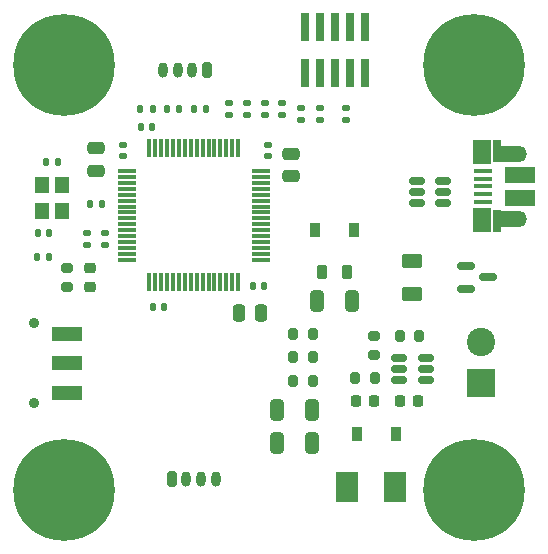
<source format=gbr>
%TF.GenerationSoftware,KiCad,Pcbnew,(6.0.6)*%
%TF.CreationDate,2023-01-10T19:01:41-05:00*%
%TF.ProjectId,STM32F4_REV1,53544d33-3246-4345-9f52-4556312e6b69,rev?*%
%TF.SameCoordinates,Original*%
%TF.FileFunction,Soldermask,Top*%
%TF.FilePolarity,Negative*%
%FSLAX46Y46*%
G04 Gerber Fmt 4.6, Leading zero omitted, Abs format (unit mm)*
G04 Created by KiCad (PCBNEW (6.0.6)) date 2023-01-10 19:01:41*
%MOMM*%
%LPD*%
G01*
G04 APERTURE LIST*
G04 Aperture macros list*
%AMRoundRect*
0 Rectangle with rounded corners*
0 $1 Rounding radius*
0 $2 $3 $4 $5 $6 $7 $8 $9 X,Y pos of 4 corners*
0 Add a 4 corners polygon primitive as box body*
4,1,4,$2,$3,$4,$5,$6,$7,$8,$9,$2,$3,0*
0 Add four circle primitives for the rounded corners*
1,1,$1+$1,$2,$3*
1,1,$1+$1,$4,$5*
1,1,$1+$1,$6,$7*
1,1,$1+$1,$8,$9*
0 Add four rect primitives between the rounded corners*
20,1,$1+$1,$2,$3,$4,$5,0*
20,1,$1+$1,$4,$5,$6,$7,0*
20,1,$1+$1,$6,$7,$8,$9,0*
20,1,$1+$1,$8,$9,$2,$3,0*%
G04 Aperture macros list end*
%ADD10RoundRect,0.250000X-0.625000X0.375000X-0.625000X-0.375000X0.625000X-0.375000X0.625000X0.375000X0*%
%ADD11RoundRect,0.250000X0.475000X-0.250000X0.475000X0.250000X-0.475000X0.250000X-0.475000X-0.250000X0*%
%ADD12RoundRect,0.150000X0.512500X0.150000X-0.512500X0.150000X-0.512500X-0.150000X0.512500X-0.150000X0*%
%ADD13RoundRect,0.200000X-0.200000X-0.450000X0.200000X-0.450000X0.200000X0.450000X-0.200000X0.450000X0*%
%ADD14O,0.800000X1.300000*%
%ADD15RoundRect,0.200000X0.200000X0.450000X-0.200000X0.450000X-0.200000X-0.450000X0.200000X-0.450000X0*%
%ADD16R,1.200000X1.400000*%
%ADD17RoundRect,0.075000X-0.700000X-0.075000X0.700000X-0.075000X0.700000X0.075000X-0.700000X0.075000X0*%
%ADD18RoundRect,0.075000X-0.075000X-0.700000X0.075000X-0.700000X0.075000X0.700000X-0.075000X0.700000X0*%
%ADD19RoundRect,0.140000X-0.140000X-0.170000X0.140000X-0.170000X0.140000X0.170000X-0.140000X0.170000X0*%
%ADD20RoundRect,0.135000X-0.185000X0.135000X-0.185000X-0.135000X0.185000X-0.135000X0.185000X0.135000X0*%
%ADD21RoundRect,0.200000X0.200000X0.275000X-0.200000X0.275000X-0.200000X-0.275000X0.200000X-0.275000X0*%
%ADD22RoundRect,0.250000X-0.325000X-0.650000X0.325000X-0.650000X0.325000X0.650000X-0.325000X0.650000X0*%
%ADD23RoundRect,0.135000X0.135000X0.185000X-0.135000X0.185000X-0.135000X-0.185000X0.135000X-0.185000X0*%
%ADD24RoundRect,0.135000X0.185000X-0.135000X0.185000X0.135000X-0.185000X0.135000X-0.185000X-0.135000X0*%
%ADD25C,0.900000*%
%ADD26C,8.600000*%
%ADD27R,0.740000X2.400000*%
%ADD28RoundRect,0.140000X0.170000X-0.140000X0.170000X0.140000X-0.170000X0.140000X-0.170000X-0.140000X0*%
%ADD29R,2.400000X2.400000*%
%ADD30C,2.400000*%
%ADD31R,2.500000X1.250000*%
%ADD32RoundRect,0.140000X0.140000X0.170000X-0.140000X0.170000X-0.140000X-0.170000X0.140000X-0.170000X0*%
%ADD33R,1.900000X2.500000*%
%ADD34RoundRect,0.140000X-0.170000X0.140000X-0.170000X-0.140000X0.170000X-0.140000X0.170000X0.140000X0*%
%ADD35RoundRect,0.200000X-0.275000X0.200000X-0.275000X-0.200000X0.275000X-0.200000X0.275000X0.200000X0*%
%ADD36RoundRect,0.200000X0.275000X-0.200000X0.275000X0.200000X-0.275000X0.200000X-0.275000X-0.200000X0*%
%ADD37RoundRect,0.225000X-0.225000X-0.250000X0.225000X-0.250000X0.225000X0.250000X-0.225000X0.250000X0*%
%ADD38R,1.650000X0.400000*%
%ADD39O,1.700000X1.350000*%
%ADD40R,2.000000X1.350000*%
%ADD41R,2.500000X1.430000*%
%ADD42R,0.700000X1.825000*%
%ADD43R,1.500000X2.000000*%
%ADD44O,1.500000X1.100000*%
%ADD45RoundRect,0.150000X-0.587500X-0.150000X0.587500X-0.150000X0.587500X0.150000X-0.587500X0.150000X0*%
%ADD46RoundRect,0.200000X-0.200000X-0.275000X0.200000X-0.275000X0.200000X0.275000X-0.200000X0.275000X0*%
%ADD47RoundRect,0.250000X-0.250000X-0.475000X0.250000X-0.475000X0.250000X0.475000X-0.250000X0.475000X0*%
%ADD48R,0.900000X1.200000*%
%ADD49RoundRect,0.218750X0.218750X0.256250X-0.218750X0.256250X-0.218750X-0.256250X0.218750X-0.256250X0*%
%ADD50RoundRect,0.147500X-0.147500X-0.172500X0.147500X-0.172500X0.147500X0.172500X-0.147500X0.172500X0*%
%ADD51RoundRect,0.250000X0.325000X0.650000X-0.325000X0.650000X-0.325000X-0.650000X0.325000X-0.650000X0*%
%ADD52RoundRect,0.135000X-0.135000X-0.185000X0.135000X-0.185000X0.135000X0.185000X-0.135000X0.185000X0*%
%ADD53RoundRect,0.218750X0.256250X-0.218750X0.256250X0.218750X-0.256250X0.218750X-0.256250X-0.218750X0*%
%ADD54RoundRect,0.218750X0.218750X0.381250X-0.218750X0.381250X-0.218750X-0.381250X0.218750X-0.381250X0*%
G04 APERTURE END LIST*
D10*
%TO.C,F1*%
X152500000Y-104850000D03*
X152500000Y-107650000D03*
%TD*%
D11*
%TO.C,C14*%
X142250000Y-97700000D03*
X142250000Y-95800000D03*
%TD*%
D12*
%TO.C,U3*%
X155137500Y-99950000D03*
X155137500Y-99000000D03*
X155137500Y-98050000D03*
X152862500Y-98050000D03*
X152862500Y-99000000D03*
X152862500Y-99950000D03*
%TD*%
D13*
%TO.C,J3*%
X132125000Y-123300000D03*
D14*
X133375000Y-123300000D03*
X134625000Y-123300000D03*
X135875000Y-123300000D03*
%TD*%
D15*
%TO.C,J4*%
X135125000Y-88700000D03*
D14*
X133875000Y-88700000D03*
X132625000Y-88700000D03*
X131375000Y-88700000D03*
%TD*%
D16*
%TO.C,Y1*%
X121150000Y-98400000D03*
X121150000Y-100600000D03*
X122850000Y-100600000D03*
X122850000Y-98400000D03*
%TD*%
D17*
%TO.C,U2*%
X128325000Y-97250000D03*
X128325000Y-97750000D03*
X128325000Y-98250000D03*
X128325000Y-98750000D03*
X128325000Y-99250000D03*
X128325000Y-99750000D03*
X128325000Y-100250000D03*
X128325000Y-100750000D03*
X128325000Y-101250000D03*
X128325000Y-101750000D03*
X128325000Y-102250000D03*
X128325000Y-102750000D03*
X128325000Y-103250000D03*
X128325000Y-103750000D03*
X128325000Y-104250000D03*
X128325000Y-104750000D03*
D18*
X130250000Y-106675000D03*
X130750000Y-106675000D03*
X131250000Y-106675000D03*
X131750000Y-106675000D03*
X132250000Y-106675000D03*
X132750000Y-106675000D03*
X133250000Y-106675000D03*
X133750000Y-106675000D03*
X134250000Y-106675000D03*
X134750000Y-106675000D03*
X135250000Y-106675000D03*
X135750000Y-106675000D03*
X136250000Y-106675000D03*
X136750000Y-106675000D03*
X137250000Y-106675000D03*
X137750000Y-106675000D03*
D17*
X139675000Y-104750000D03*
X139675000Y-104250000D03*
X139675000Y-103750000D03*
X139675000Y-103250000D03*
X139675000Y-102750000D03*
X139675000Y-102250000D03*
X139675000Y-101750000D03*
X139675000Y-101250000D03*
X139675000Y-100750000D03*
X139675000Y-100250000D03*
X139675000Y-99750000D03*
X139675000Y-99250000D03*
X139675000Y-98750000D03*
X139675000Y-98250000D03*
X139675000Y-97750000D03*
X139675000Y-97250000D03*
D18*
X137750000Y-95325000D03*
X137250000Y-95325000D03*
X136750000Y-95325000D03*
X136250000Y-95325000D03*
X135750000Y-95325000D03*
X135250000Y-95325000D03*
X134750000Y-95325000D03*
X134250000Y-95325000D03*
X133750000Y-95325000D03*
X133250000Y-95325000D03*
X132750000Y-95325000D03*
X132250000Y-95325000D03*
X131750000Y-95325000D03*
X131250000Y-95325000D03*
X130750000Y-95325000D03*
X130250000Y-95325000D03*
%TD*%
D19*
%TO.C,C8*%
X139020000Y-107000000D03*
X139980000Y-107000000D03*
%TD*%
D20*
%TO.C,R10*%
X146930000Y-91910000D03*
X146930000Y-92930000D03*
%TD*%
D21*
%TO.C,R6*%
X149325000Y-114750000D03*
X147675000Y-114750000D03*
%TD*%
D22*
%TO.C,C4*%
X144462500Y-108250000D03*
X147412500Y-108250000D03*
%TD*%
D19*
%TO.C,C15*%
X121520000Y-96500000D03*
X122480000Y-96500000D03*
%TD*%
D23*
%TO.C,R16*%
X135010000Y-92000000D03*
X133990000Y-92000000D03*
%TD*%
D20*
%TO.C,R11*%
X140000000Y-91490000D03*
X140000000Y-92510000D03*
%TD*%
D21*
%TO.C,R2*%
X153075000Y-111250000D03*
X151425000Y-111250000D03*
%TD*%
D11*
%TO.C,C5*%
X125750000Y-97200000D03*
X125750000Y-95300000D03*
%TD*%
D24*
%TO.C,R8*%
X141500000Y-92510000D03*
X141500000Y-91490000D03*
%TD*%
D25*
%TO.C,H3*%
X120719581Y-121969581D03*
X120719581Y-126530419D03*
X125280419Y-121969581D03*
X125280419Y-126530419D03*
D26*
X123000000Y-124250000D03*
D25*
X126225000Y-124250000D03*
X123000000Y-127475000D03*
X119775000Y-124250000D03*
X123000000Y-121025000D03*
%TD*%
D27*
%TO.C,J2*%
X148540000Y-85050000D03*
X148540000Y-88950000D03*
X147270000Y-85050000D03*
X147270000Y-88950000D03*
X146000000Y-85050000D03*
X146000000Y-88950000D03*
X144730000Y-85050000D03*
X144730000Y-88950000D03*
X143460000Y-85050000D03*
X143460000Y-88950000D03*
%TD*%
D25*
%TO.C,H4*%
X123000000Y-85025000D03*
X125280419Y-85969581D03*
X125280419Y-90530419D03*
X126225000Y-88250000D03*
X119775000Y-88250000D03*
X123000000Y-91475000D03*
X120719581Y-90530419D03*
X120719581Y-85969581D03*
D26*
X123000000Y-88250000D03*
%TD*%
D28*
%TO.C,C9*%
X140250000Y-95980000D03*
X140250000Y-95020000D03*
%TD*%
D24*
%TO.C,R9*%
X137000000Y-92510000D03*
X137000000Y-91490000D03*
%TD*%
D19*
%TO.C,C10*%
X129520000Y-93500000D03*
X130480000Y-93500000D03*
%TD*%
D29*
%TO.C,J1*%
X158280000Y-115200000D03*
D30*
X158280000Y-111700000D03*
%TD*%
D20*
%TO.C,R13*%
X143040000Y-91920000D03*
X143040000Y-92940000D03*
%TD*%
D25*
%TO.C,SW1*%
X120500000Y-116900000D03*
X120500000Y-110100000D03*
D31*
X123250000Y-111000000D03*
X123250000Y-113500000D03*
X123250000Y-116000000D03*
%TD*%
D32*
%TO.C,C16*%
X121730000Y-102500000D03*
X120770000Y-102500000D03*
%TD*%
D23*
%TO.C,R15*%
X126260000Y-100000000D03*
X125240000Y-100000000D03*
%TD*%
D33*
%TO.C,L1*%
X151050000Y-124000000D03*
X146950000Y-124000000D03*
%TD*%
D34*
%TO.C,C11*%
X125000000Y-102520000D03*
X125000000Y-103480000D03*
%TD*%
D35*
%TO.C,R4*%
X149250000Y-111175000D03*
X149250000Y-112825000D03*
%TD*%
D34*
%TO.C,C12*%
X126500000Y-102520000D03*
X126500000Y-103480000D03*
%TD*%
D36*
%TO.C,R18*%
X123250000Y-107075000D03*
X123250000Y-105425000D03*
%TD*%
D28*
%TO.C,C6*%
X128000000Y-96000000D03*
X128000000Y-95040000D03*
%TD*%
D32*
%TO.C,C7*%
X131480000Y-108750000D03*
X130520000Y-108750000D03*
%TD*%
D37*
%TO.C,C1*%
X151475000Y-116750000D03*
X153025000Y-116750000D03*
%TD*%
D20*
%TO.C,R12*%
X138500000Y-91490000D03*
X138500000Y-92510000D03*
%TD*%
D38*
%TO.C,J5*%
X158495000Y-99845000D03*
X158495000Y-99195000D03*
X158495000Y-98545000D03*
X158495000Y-97895000D03*
X158495000Y-97245000D03*
D39*
X161375000Y-101275000D03*
D40*
X160445000Y-101275000D03*
D41*
X161645000Y-97585000D03*
D42*
X159695000Y-95545000D03*
D43*
X158395000Y-101395000D03*
D42*
X159695000Y-101495000D03*
D39*
X161375000Y-95815000D03*
D44*
X158375000Y-96125000D03*
D43*
X158375000Y-95645000D03*
D41*
X161645000Y-99505000D03*
D44*
X158375000Y-100965000D03*
D40*
X160445000Y-95795000D03*
%TD*%
D45*
%TO.C,Q1*%
X157062500Y-105300000D03*
X157062500Y-107200000D03*
X158937500Y-106250000D03*
%TD*%
D46*
%TO.C,R5*%
X142425000Y-111000000D03*
X144075000Y-111000000D03*
%TD*%
D47*
%TO.C,C13*%
X137800000Y-109250000D03*
X139700000Y-109250000D03*
%TD*%
D26*
%TO.C,H1*%
X157750000Y-88250000D03*
D25*
X154525000Y-88250000D03*
X155469581Y-85969581D03*
X160975000Y-88250000D03*
X155469581Y-90530419D03*
X157750000Y-91475000D03*
X160030419Y-85969581D03*
X160030419Y-90530419D03*
X157750000Y-85025000D03*
%TD*%
D48*
%TO.C,D1*%
X144287500Y-102250000D03*
X147587500Y-102250000D03*
%TD*%
D49*
%TO.C,D3*%
X149287500Y-116750000D03*
X147712500Y-116750000D03*
%TD*%
D50*
%TO.C,L2*%
X120750000Y-104480000D03*
X121720000Y-104480000D03*
%TD*%
D51*
%TO.C,C2*%
X143975000Y-117500000D03*
X141025000Y-117500000D03*
%TD*%
D12*
%TO.C,U1*%
X153637500Y-114950000D03*
X153637500Y-114000000D03*
X153637500Y-113050000D03*
X151362500Y-113050000D03*
X151362500Y-114000000D03*
X151362500Y-114950000D03*
%TD*%
D52*
%TO.C,R17*%
X131740000Y-92000000D03*
X132760000Y-92000000D03*
%TD*%
D51*
%TO.C,C3*%
X143975000Y-120250000D03*
X141025000Y-120250000D03*
%TD*%
D53*
%TO.C,D4*%
X125250000Y-107037500D03*
X125250000Y-105462500D03*
%TD*%
D25*
%TO.C,H2*%
X160975000Y-124250000D03*
X155469581Y-121969581D03*
D26*
X157750000Y-124250000D03*
D25*
X160030419Y-121969581D03*
X155469581Y-126530419D03*
X154525000Y-124250000D03*
X160030419Y-126530419D03*
X157750000Y-121025000D03*
X157750000Y-127475000D03*
%TD*%
D24*
%TO.C,R7*%
X144680000Y-92930000D03*
X144680000Y-91910000D03*
%TD*%
D48*
%TO.C,D2*%
X151150000Y-119500000D03*
X147850000Y-119500000D03*
%TD*%
D23*
%TO.C,R14*%
X130510000Y-92000000D03*
X129490000Y-92000000D03*
%TD*%
D54*
%TO.C,FB1*%
X147000000Y-105750000D03*
X144875000Y-105750000D03*
%TD*%
D21*
%TO.C,R3*%
X144075000Y-113000000D03*
X142425000Y-113000000D03*
%TD*%
D46*
%TO.C,R1*%
X142425000Y-115000000D03*
X144075000Y-115000000D03*
%TD*%
M02*

</source>
